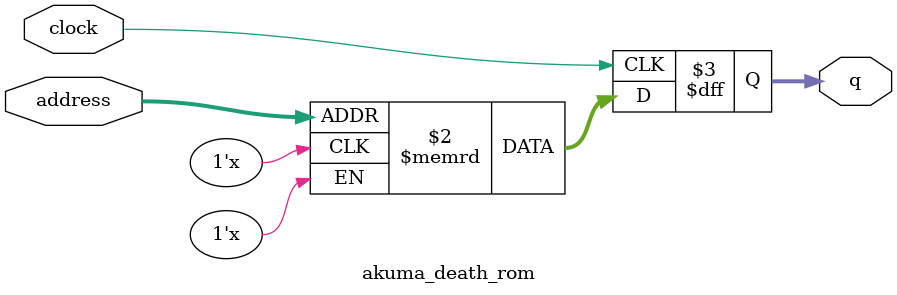
<source format=sv>
module akuma_death_rom (
	input logic clock,
	input logic [12:0] address,
	output logic [3:0] q
);

logic [3:0] memory [0:5427] /* synthesis ram_init_file = "./akuma_death/akuma_death.mif" */;

always_ff @ (posedge clock) begin
	q <= memory[address];
end

endmodule

</source>
